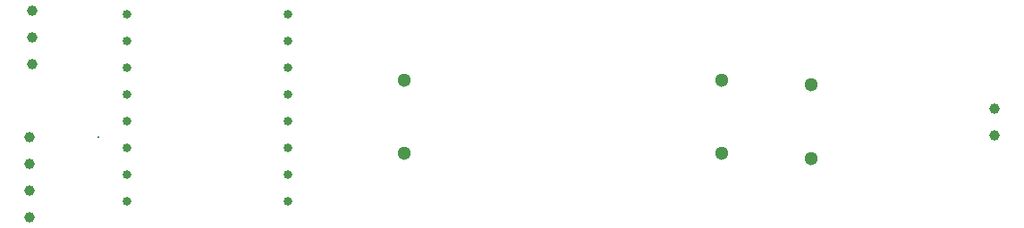
<source format=gbr>
%TF.GenerationSoftware,KiCad,Pcbnew,9.0.4*%
%TF.CreationDate,2025-11-05T17:22:33+05:30*%
%TF.ProjectId,BikeSSv3,42696b65-5353-4763-932e-6b696361645f,rev?*%
%TF.SameCoordinates,Original*%
%TF.FileFunction,Plated,1,2,PTH,Drill*%
%TF.FilePolarity,Positive*%
%FSLAX46Y46*%
G04 Gerber Fmt 4.6, Leading zero omitted, Abs format (unit mm)*
G04 Created by KiCad (PCBNEW 9.0.4) date 2025-11-05 17:22:33*
%MOMM*%
%LPD*%
G01*
G04 APERTURE LIST*
%TA.AperFunction,ViaDrill*%
%ADD10C,0.300000*%
%TD*%
%TA.AperFunction,ComponentDrill*%
%ADD11C,0.840000*%
%TD*%
%TA.AperFunction,ComponentDrill*%
%ADD12C,1.000000*%
%TD*%
%TA.AperFunction,ComponentDrill*%
%ADD13C,1.300000*%
%TD*%
G04 APERTURE END LIST*
D10*
X190000000Y-53000000D03*
D11*
%TO.C,U102*%
X192750000Y-41250000D03*
X192750000Y-43790000D03*
X192750000Y-46330000D03*
X192750000Y-48870000D03*
X192750000Y-51410000D03*
X192750000Y-53950000D03*
X192750000Y-56490000D03*
X192750000Y-59030000D03*
X207990000Y-41250000D03*
X207990000Y-43790000D03*
X207990000Y-46330000D03*
X207990000Y-48870000D03*
X207990000Y-51410000D03*
X207990000Y-53950000D03*
X207990000Y-56490000D03*
X207990000Y-59030000D03*
D12*
%TO.C,J109*%
X183500000Y-52960000D03*
X183500000Y-55500000D03*
X183500000Y-58040000D03*
X183500000Y-60580000D03*
%TO.C,J110*%
X183725000Y-40945000D03*
X183725000Y-43485000D03*
X183725000Y-46025000D03*
%TO.C,J111*%
X274850000Y-50250000D03*
X274850000Y-52750000D03*
D13*
%TO.C,TP105*%
X219000000Y-47500000D03*
X219000000Y-54500000D03*
%TO.C,TP104*%
X249000000Y-47500000D03*
X249000000Y-54500000D03*
%TO.C,TP102*%
X257500000Y-48000000D03*
X257500000Y-55000000D03*
M02*

</source>
